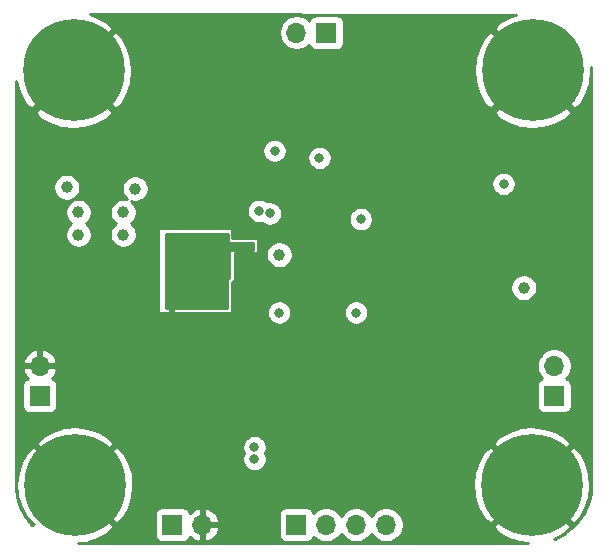
<source format=gbr>
G04 #@! TF.GenerationSoftware,KiCad,Pcbnew,(5.1.5)-3*
G04 #@! TF.CreationDate,2020-08-02T02:59:21-04:00*
G04 #@! TF.ProjectId,STM32F4,53544d33-3246-4342-9e6b-696361645f70,rev?*
G04 #@! TF.SameCoordinates,Original*
G04 #@! TF.FileFunction,Copper,L2,Inr*
G04 #@! TF.FilePolarity,Positive*
%FSLAX46Y46*%
G04 Gerber Fmt 4.6, Leading zero omitted, Abs format (unit mm)*
G04 Created by KiCad (PCBNEW (5.1.5)-3) date 2020-08-02 02:59:21*
%MOMM*%
%LPD*%
G04 APERTURE LIST*
%ADD10C,8.600000*%
%ADD11C,0.900000*%
%ADD12R,1.700000X1.700000*%
%ADD13O,1.700000X1.700000*%
%ADD14C,0.800000*%
%ADD15C,1.000000*%
%ADD16C,0.500000*%
%ADD17C,0.254000*%
G04 APERTURE END LIST*
D10*
X62687200Y-66497200D03*
D11*
X65912200Y-66497200D03*
X64967619Y-68777619D03*
X62687200Y-69722200D03*
X60406781Y-68777619D03*
X59462200Y-66497200D03*
X60406781Y-64216781D03*
X62687200Y-63272200D03*
X64967619Y-64216781D03*
D10*
X101549200Y-66497200D03*
D11*
X104774200Y-66497200D03*
X103829619Y-68777619D03*
X101549200Y-69722200D03*
X99268781Y-68777619D03*
X98324200Y-66497200D03*
X99268781Y-64216781D03*
X101549200Y-63272200D03*
X103829619Y-64216781D03*
D10*
X62801500Y-101600000D03*
D11*
X66026500Y-101600000D03*
X65081919Y-103880419D03*
X62801500Y-104825000D03*
X60521081Y-103880419D03*
X59576500Y-101600000D03*
X60521081Y-99319581D03*
X62801500Y-98375000D03*
X65081919Y-99319581D03*
X103753419Y-99319581D03*
X101473000Y-98375000D03*
X99192581Y-99319581D03*
X98248000Y-101600000D03*
X99192581Y-103880419D03*
X101473000Y-104825000D03*
X103753419Y-103880419D03*
X104698000Y-101600000D03*
D10*
X101473000Y-101600000D03*
D12*
X81534000Y-104965500D03*
D13*
X84074000Y-104965500D03*
X86614000Y-104965500D03*
X89154000Y-104965500D03*
D12*
X71056500Y-104965500D03*
D13*
X73596500Y-104965500D03*
X59817000Y-91503500D03*
D12*
X59817000Y-94043500D03*
X103378000Y-94043500D03*
D13*
X103378000Y-91503500D03*
X81560000Y-63300000D03*
D12*
X84100000Y-63300000D03*
D14*
X74600000Y-80800000D03*
X71000000Y-86100000D03*
D15*
X60450000Y-81325000D03*
X60450000Y-83200000D03*
X60450000Y-77575000D03*
X60450000Y-79450000D03*
X60450000Y-75700000D03*
X66900000Y-78500000D03*
X66900000Y-80400000D03*
X63100000Y-80400000D03*
X63100000Y-78500000D03*
X62100000Y-76400000D03*
X67900000Y-76500000D03*
X100800000Y-84900000D03*
D14*
X78000000Y-73000000D03*
X78000000Y-74100000D03*
X68200000Y-86000000D03*
X78900000Y-75500000D03*
X89000000Y-88400000D03*
X89800000Y-91900000D03*
X77900000Y-89600000D03*
X79200000Y-84600000D03*
X79400000Y-102400000D03*
X76900000Y-104700000D03*
X73900000Y-91900000D03*
X68200000Y-84800000D03*
X68200000Y-87100000D03*
X68200000Y-88200000D03*
X68200000Y-89400000D03*
X62600000Y-89900000D03*
X62600000Y-88700000D03*
X62600000Y-87600000D03*
X62600000Y-86400000D03*
X91100000Y-78300000D03*
X100500000Y-79900000D03*
X87000000Y-79100000D03*
X99100000Y-76100000D03*
X86600000Y-87000000D03*
X80100000Y-87000000D03*
X78400000Y-78400000D03*
X78000000Y-99400000D03*
X78000000Y-98400000D03*
X83500000Y-73900000D03*
X79700000Y-73300000D03*
X79300000Y-78600000D03*
D15*
X80100000Y-82100000D03*
D16*
X71000000Y-86100000D02*
X71000000Y-87500000D01*
D17*
G36*
X100125466Y-61771677D02*
G01*
X99714262Y-61890307D01*
X98850760Y-62336806D01*
X98738146Y-62412051D01*
X98245987Y-63014382D01*
X101549200Y-66317595D01*
X101563343Y-66303453D01*
X101742948Y-66483058D01*
X101728805Y-66497200D01*
X105032018Y-69800413D01*
X105634349Y-69308254D01*
X106104263Y-68457267D01*
X106399129Y-67530957D01*
X106507614Y-66564919D01*
X106476799Y-66201195D01*
X106505407Y-66361798D01*
X106527999Y-66904974D01*
X106528001Y-101508535D01*
X106454301Y-102377117D01*
X106242360Y-103193693D01*
X105895861Y-103962891D01*
X105424716Y-104662708D01*
X104842394Y-105273139D01*
X104165550Y-105776724D01*
X103413528Y-106159072D01*
X103380720Y-106169259D01*
X104171440Y-105760394D01*
X104284054Y-105685149D01*
X104776213Y-105082818D01*
X101473000Y-101779605D01*
X98169787Y-105082818D01*
X98661946Y-105685149D01*
X99512933Y-106155063D01*
X100439243Y-106449929D01*
X101134450Y-106528000D01*
X63092776Y-106528000D01*
X63702421Y-106476351D01*
X64636438Y-106206893D01*
X65499940Y-105760394D01*
X65612554Y-105685149D01*
X66104713Y-105082818D01*
X62801500Y-101779605D01*
X62787358Y-101793748D01*
X62607753Y-101614143D01*
X62621895Y-101600000D01*
X62981105Y-101600000D01*
X66284318Y-104903213D01*
X66886649Y-104411054D01*
X67049853Y-104115500D01*
X69568428Y-104115500D01*
X69568428Y-105815500D01*
X69580688Y-105939982D01*
X69616998Y-106059680D01*
X69675963Y-106169994D01*
X69755315Y-106266685D01*
X69852006Y-106346037D01*
X69962320Y-106405002D01*
X70082018Y-106441312D01*
X70206500Y-106453572D01*
X71906500Y-106453572D01*
X72030982Y-106441312D01*
X72150680Y-106405002D01*
X72260994Y-106346037D01*
X72357685Y-106266685D01*
X72437037Y-106169994D01*
X72496002Y-106059680D01*
X72520466Y-105979034D01*
X72596231Y-106063088D01*
X72829580Y-106237141D01*
X73092401Y-106362325D01*
X73239610Y-106406976D01*
X73469500Y-106285655D01*
X73469500Y-105092500D01*
X73723500Y-105092500D01*
X73723500Y-106285655D01*
X73953390Y-106406976D01*
X74100599Y-106362325D01*
X74363420Y-106237141D01*
X74596769Y-106063088D01*
X74791678Y-105846855D01*
X74940657Y-105596752D01*
X75037981Y-105322391D01*
X74917314Y-105092500D01*
X73723500Y-105092500D01*
X73469500Y-105092500D01*
X73449500Y-105092500D01*
X73449500Y-104838500D01*
X73469500Y-104838500D01*
X73469500Y-103645345D01*
X73723500Y-103645345D01*
X73723500Y-104838500D01*
X74917314Y-104838500D01*
X75037981Y-104608609D01*
X74940657Y-104334248D01*
X74810356Y-104115500D01*
X80045928Y-104115500D01*
X80045928Y-105815500D01*
X80058188Y-105939982D01*
X80094498Y-106059680D01*
X80153463Y-106169994D01*
X80232815Y-106266685D01*
X80329506Y-106346037D01*
X80439820Y-106405002D01*
X80559518Y-106441312D01*
X80684000Y-106453572D01*
X82384000Y-106453572D01*
X82508482Y-106441312D01*
X82628180Y-106405002D01*
X82738494Y-106346037D01*
X82835185Y-106266685D01*
X82914537Y-106169994D01*
X82973502Y-106059680D01*
X82995513Y-105987120D01*
X83127368Y-106118975D01*
X83370589Y-106281490D01*
X83640842Y-106393432D01*
X83927740Y-106450500D01*
X84220260Y-106450500D01*
X84507158Y-106393432D01*
X84777411Y-106281490D01*
X85020632Y-106118975D01*
X85227475Y-105912132D01*
X85344000Y-105737740D01*
X85460525Y-105912132D01*
X85667368Y-106118975D01*
X85910589Y-106281490D01*
X86180842Y-106393432D01*
X86467740Y-106450500D01*
X86760260Y-106450500D01*
X87047158Y-106393432D01*
X87317411Y-106281490D01*
X87560632Y-106118975D01*
X87767475Y-105912132D01*
X87884000Y-105737740D01*
X88000525Y-105912132D01*
X88207368Y-106118975D01*
X88450589Y-106281490D01*
X88720842Y-106393432D01*
X89007740Y-106450500D01*
X89300260Y-106450500D01*
X89587158Y-106393432D01*
X89857411Y-106281490D01*
X90100632Y-106118975D01*
X90307475Y-105912132D01*
X90469990Y-105668911D01*
X90581932Y-105398658D01*
X90639000Y-105111760D01*
X90639000Y-104819240D01*
X90581932Y-104532342D01*
X90469990Y-104262089D01*
X90307475Y-104018868D01*
X90100632Y-103812025D01*
X89857411Y-103649510D01*
X89587158Y-103537568D01*
X89300260Y-103480500D01*
X89007740Y-103480500D01*
X88720842Y-103537568D01*
X88450589Y-103649510D01*
X88207368Y-103812025D01*
X88000525Y-104018868D01*
X87884000Y-104193260D01*
X87767475Y-104018868D01*
X87560632Y-103812025D01*
X87317411Y-103649510D01*
X87047158Y-103537568D01*
X86760260Y-103480500D01*
X86467740Y-103480500D01*
X86180842Y-103537568D01*
X85910589Y-103649510D01*
X85667368Y-103812025D01*
X85460525Y-104018868D01*
X85344000Y-104193260D01*
X85227475Y-104018868D01*
X85020632Y-103812025D01*
X84777411Y-103649510D01*
X84507158Y-103537568D01*
X84220260Y-103480500D01*
X83927740Y-103480500D01*
X83640842Y-103537568D01*
X83370589Y-103649510D01*
X83127368Y-103812025D01*
X82995513Y-103943880D01*
X82973502Y-103871320D01*
X82914537Y-103761006D01*
X82835185Y-103664315D01*
X82738494Y-103584963D01*
X82628180Y-103525998D01*
X82508482Y-103489688D01*
X82384000Y-103477428D01*
X80684000Y-103477428D01*
X80559518Y-103489688D01*
X80439820Y-103525998D01*
X80329506Y-103584963D01*
X80232815Y-103664315D01*
X80153463Y-103761006D01*
X80094498Y-103871320D01*
X80058188Y-103991018D01*
X80045928Y-104115500D01*
X74810356Y-104115500D01*
X74791678Y-104084145D01*
X74596769Y-103867912D01*
X74363420Y-103693859D01*
X74100599Y-103568675D01*
X73953390Y-103524024D01*
X73723500Y-103645345D01*
X73469500Y-103645345D01*
X73239610Y-103524024D01*
X73092401Y-103568675D01*
X72829580Y-103693859D01*
X72596231Y-103867912D01*
X72520466Y-103951966D01*
X72496002Y-103871320D01*
X72437037Y-103761006D01*
X72357685Y-103664315D01*
X72260994Y-103584963D01*
X72150680Y-103525998D01*
X72030982Y-103489688D01*
X71906500Y-103477428D01*
X70206500Y-103477428D01*
X70082018Y-103489688D01*
X69962320Y-103525998D01*
X69852006Y-103584963D01*
X69755315Y-103664315D01*
X69675963Y-103761006D01*
X69616998Y-103871320D01*
X69580688Y-103991018D01*
X69568428Y-104115500D01*
X67049853Y-104115500D01*
X67356563Y-103560067D01*
X67651429Y-102633757D01*
X67759914Y-101667719D01*
X67748440Y-101532281D01*
X96514586Y-101532281D01*
X96596649Y-102500921D01*
X96866107Y-103434938D01*
X97312606Y-104298440D01*
X97387851Y-104411054D01*
X97990182Y-104903213D01*
X101293395Y-101600000D01*
X101652605Y-101600000D01*
X104955818Y-104903213D01*
X105558149Y-104411054D01*
X106028063Y-103560067D01*
X106322929Y-102633757D01*
X106431414Y-101667719D01*
X106349351Y-100699079D01*
X106079893Y-99765062D01*
X105633394Y-98901560D01*
X105558149Y-98788946D01*
X104955818Y-98296787D01*
X101652605Y-101600000D01*
X101293395Y-101600000D01*
X97990182Y-98296787D01*
X97387851Y-98788946D01*
X96917937Y-99639933D01*
X96623071Y-100566243D01*
X96514586Y-101532281D01*
X67748440Y-101532281D01*
X67677851Y-100699079D01*
X67408393Y-99765062D01*
X66961894Y-98901560D01*
X66886649Y-98788946D01*
X66285878Y-98298061D01*
X76965000Y-98298061D01*
X76965000Y-98501939D01*
X77004774Y-98701898D01*
X77082795Y-98890256D01*
X77089306Y-98900000D01*
X77082795Y-98909744D01*
X77004774Y-99098102D01*
X76965000Y-99298061D01*
X76965000Y-99501939D01*
X77004774Y-99701898D01*
X77082795Y-99890256D01*
X77196063Y-100059774D01*
X77340226Y-100203937D01*
X77509744Y-100317205D01*
X77698102Y-100395226D01*
X77898061Y-100435000D01*
X78101939Y-100435000D01*
X78301898Y-100395226D01*
X78490256Y-100317205D01*
X78659774Y-100203937D01*
X78803937Y-100059774D01*
X78917205Y-99890256D01*
X78995226Y-99701898D01*
X79035000Y-99501939D01*
X79035000Y-99298061D01*
X78995226Y-99098102D01*
X78917205Y-98909744D01*
X78910694Y-98900000D01*
X78917205Y-98890256D01*
X78995226Y-98701898D01*
X79035000Y-98501939D01*
X79035000Y-98298061D01*
X78999022Y-98117182D01*
X98169787Y-98117182D01*
X101473000Y-101420395D01*
X104776213Y-98117182D01*
X104284054Y-97514851D01*
X103433067Y-97044937D01*
X102506757Y-96750071D01*
X101540719Y-96641586D01*
X100572079Y-96723649D01*
X99638062Y-96993107D01*
X98774560Y-97439606D01*
X98661946Y-97514851D01*
X98169787Y-98117182D01*
X78999022Y-98117182D01*
X78995226Y-98098102D01*
X78917205Y-97909744D01*
X78803937Y-97740226D01*
X78659774Y-97596063D01*
X78490256Y-97482795D01*
X78301898Y-97404774D01*
X78101939Y-97365000D01*
X77898061Y-97365000D01*
X77698102Y-97404774D01*
X77509744Y-97482795D01*
X77340226Y-97596063D01*
X77196063Y-97740226D01*
X77082795Y-97909744D01*
X77004774Y-98098102D01*
X76965000Y-98298061D01*
X66285878Y-98298061D01*
X66284318Y-98296787D01*
X62981105Y-101600000D01*
X62621895Y-101600000D01*
X59318682Y-98296787D01*
X58716351Y-98788946D01*
X58246437Y-99639933D01*
X57951571Y-100566243D01*
X57843086Y-101532281D01*
X57925149Y-102500921D01*
X58194607Y-103434938D01*
X58641106Y-104298440D01*
X58716351Y-104411054D01*
X59318680Y-104903212D01*
X59207140Y-105014752D01*
X59048921Y-104863819D01*
X58551745Y-104195589D01*
X58174265Y-103453142D01*
X57927275Y-102657705D01*
X57815178Y-101811951D01*
X57810000Y-101592215D01*
X57809996Y-98117182D01*
X59498287Y-98117182D01*
X62801500Y-101420395D01*
X66104713Y-98117182D01*
X65612554Y-97514851D01*
X64761567Y-97044937D01*
X63835257Y-96750071D01*
X62869219Y-96641586D01*
X61900579Y-96723649D01*
X60966562Y-96993107D01*
X60103060Y-97439606D01*
X59990446Y-97514851D01*
X59498287Y-98117182D01*
X57809996Y-98117182D01*
X57809988Y-93193500D01*
X58328928Y-93193500D01*
X58328928Y-94893500D01*
X58341188Y-95017982D01*
X58377498Y-95137680D01*
X58436463Y-95247994D01*
X58515815Y-95344685D01*
X58612506Y-95424037D01*
X58722820Y-95483002D01*
X58842518Y-95519312D01*
X58967000Y-95531572D01*
X60667000Y-95531572D01*
X60791482Y-95519312D01*
X60911180Y-95483002D01*
X61021494Y-95424037D01*
X61118185Y-95344685D01*
X61197537Y-95247994D01*
X61256502Y-95137680D01*
X61292812Y-95017982D01*
X61305072Y-94893500D01*
X61305072Y-93193500D01*
X101889928Y-93193500D01*
X101889928Y-94893500D01*
X101902188Y-95017982D01*
X101938498Y-95137680D01*
X101997463Y-95247994D01*
X102076815Y-95344685D01*
X102173506Y-95424037D01*
X102283820Y-95483002D01*
X102403518Y-95519312D01*
X102528000Y-95531572D01*
X104228000Y-95531572D01*
X104352482Y-95519312D01*
X104472180Y-95483002D01*
X104582494Y-95424037D01*
X104679185Y-95344685D01*
X104758537Y-95247994D01*
X104817502Y-95137680D01*
X104853812Y-95017982D01*
X104866072Y-94893500D01*
X104866072Y-93193500D01*
X104853812Y-93069018D01*
X104817502Y-92949320D01*
X104758537Y-92839006D01*
X104679185Y-92742315D01*
X104582494Y-92662963D01*
X104472180Y-92603998D01*
X104399620Y-92581987D01*
X104531475Y-92450132D01*
X104693990Y-92206911D01*
X104805932Y-91936658D01*
X104863000Y-91649760D01*
X104863000Y-91357240D01*
X104805932Y-91070342D01*
X104693990Y-90800089D01*
X104531475Y-90556868D01*
X104324632Y-90350025D01*
X104081411Y-90187510D01*
X103811158Y-90075568D01*
X103524260Y-90018500D01*
X103231740Y-90018500D01*
X102944842Y-90075568D01*
X102674589Y-90187510D01*
X102431368Y-90350025D01*
X102224525Y-90556868D01*
X102062010Y-90800089D01*
X101950068Y-91070342D01*
X101893000Y-91357240D01*
X101893000Y-91649760D01*
X101950068Y-91936658D01*
X102062010Y-92206911D01*
X102224525Y-92450132D01*
X102356380Y-92581987D01*
X102283820Y-92603998D01*
X102173506Y-92662963D01*
X102076815Y-92742315D01*
X101997463Y-92839006D01*
X101938498Y-92949320D01*
X101902188Y-93069018D01*
X101889928Y-93193500D01*
X61305072Y-93193500D01*
X61292812Y-93069018D01*
X61256502Y-92949320D01*
X61197537Y-92839006D01*
X61118185Y-92742315D01*
X61021494Y-92662963D01*
X60911180Y-92603998D01*
X60830534Y-92579534D01*
X60914588Y-92503769D01*
X61088641Y-92270420D01*
X61213825Y-92007599D01*
X61258476Y-91860390D01*
X61137155Y-91630500D01*
X59944000Y-91630500D01*
X59944000Y-91650500D01*
X59690000Y-91650500D01*
X59690000Y-91630500D01*
X58496845Y-91630500D01*
X58375524Y-91860390D01*
X58420175Y-92007599D01*
X58545359Y-92270420D01*
X58719412Y-92503769D01*
X58803466Y-92579534D01*
X58722820Y-92603998D01*
X58612506Y-92662963D01*
X58515815Y-92742315D01*
X58436463Y-92839006D01*
X58377498Y-92949320D01*
X58341188Y-93069018D01*
X58328928Y-93193500D01*
X57809988Y-93193500D01*
X57809986Y-91146610D01*
X58375524Y-91146610D01*
X58496845Y-91376500D01*
X59690000Y-91376500D01*
X59690000Y-90182686D01*
X59944000Y-90182686D01*
X59944000Y-91376500D01*
X61137155Y-91376500D01*
X61258476Y-91146610D01*
X61213825Y-90999401D01*
X61088641Y-90736580D01*
X60914588Y-90503231D01*
X60698355Y-90308322D01*
X60448252Y-90159343D01*
X60173891Y-90062019D01*
X59944000Y-90182686D01*
X59690000Y-90182686D01*
X59460109Y-90062019D01*
X59185748Y-90159343D01*
X58935645Y-90308322D01*
X58719412Y-90503231D01*
X58545359Y-90736580D01*
X58420175Y-90999401D01*
X58375524Y-91146610D01*
X57809986Y-91146610D01*
X57809968Y-78388212D01*
X61965000Y-78388212D01*
X61965000Y-78611788D01*
X62008617Y-78831067D01*
X62094176Y-79037624D01*
X62218388Y-79223520D01*
X62376480Y-79381612D01*
X62478830Y-79450000D01*
X62376480Y-79518388D01*
X62218388Y-79676480D01*
X62094176Y-79862376D01*
X62008617Y-80068933D01*
X61965000Y-80288212D01*
X61965000Y-80511788D01*
X62008617Y-80731067D01*
X62094176Y-80937624D01*
X62218388Y-81123520D01*
X62376480Y-81281612D01*
X62562376Y-81405824D01*
X62768933Y-81491383D01*
X62988212Y-81535000D01*
X63211788Y-81535000D01*
X63431067Y-81491383D01*
X63637624Y-81405824D01*
X63823520Y-81281612D01*
X63981612Y-81123520D01*
X64105824Y-80937624D01*
X64191383Y-80731067D01*
X64235000Y-80511788D01*
X64235000Y-80288212D01*
X64191383Y-80068933D01*
X64105824Y-79862376D01*
X63981612Y-79676480D01*
X63823520Y-79518388D01*
X63721170Y-79450000D01*
X63823520Y-79381612D01*
X63981612Y-79223520D01*
X64105824Y-79037624D01*
X64191383Y-78831067D01*
X64235000Y-78611788D01*
X64235000Y-78388212D01*
X65765000Y-78388212D01*
X65765000Y-78611788D01*
X65808617Y-78831067D01*
X65894176Y-79037624D01*
X66018388Y-79223520D01*
X66176480Y-79381612D01*
X66278830Y-79450000D01*
X66176480Y-79518388D01*
X66018388Y-79676480D01*
X65894176Y-79862376D01*
X65808617Y-80068933D01*
X65765000Y-80288212D01*
X65765000Y-80511788D01*
X65808617Y-80731067D01*
X65894176Y-80937624D01*
X66018388Y-81123520D01*
X66176480Y-81281612D01*
X66362376Y-81405824D01*
X66568933Y-81491383D01*
X66788212Y-81535000D01*
X67011788Y-81535000D01*
X67231067Y-81491383D01*
X67437624Y-81405824D01*
X67623520Y-81281612D01*
X67781612Y-81123520D01*
X67905824Y-80937624D01*
X67991383Y-80731067D01*
X68035000Y-80511788D01*
X68035000Y-80288212D01*
X67991383Y-80068933D01*
X67943391Y-79953070D01*
X69873000Y-79953070D01*
X69873000Y-86953070D01*
X69875440Y-86977846D01*
X69882667Y-87001671D01*
X69894403Y-87023627D01*
X69910197Y-87042873D01*
X69929443Y-87058667D01*
X69951399Y-87070403D01*
X69975224Y-87077630D01*
X70000000Y-87080070D01*
X76000000Y-87080070D01*
X76024776Y-87077630D01*
X76048601Y-87070403D01*
X76070557Y-87058667D01*
X76089803Y-87042873D01*
X76105597Y-87023627D01*
X76117333Y-87001671D01*
X76124560Y-86977846D01*
X76127000Y-86953070D01*
X76127000Y-86898061D01*
X79065000Y-86898061D01*
X79065000Y-87101939D01*
X79104774Y-87301898D01*
X79182795Y-87490256D01*
X79296063Y-87659774D01*
X79440226Y-87803937D01*
X79609744Y-87917205D01*
X79798102Y-87995226D01*
X79998061Y-88035000D01*
X80201939Y-88035000D01*
X80401898Y-87995226D01*
X80590256Y-87917205D01*
X80759774Y-87803937D01*
X80903937Y-87659774D01*
X81017205Y-87490256D01*
X81095226Y-87301898D01*
X81135000Y-87101939D01*
X81135000Y-86898061D01*
X85565000Y-86898061D01*
X85565000Y-87101939D01*
X85604774Y-87301898D01*
X85682795Y-87490256D01*
X85796063Y-87659774D01*
X85940226Y-87803937D01*
X86109744Y-87917205D01*
X86298102Y-87995226D01*
X86498061Y-88035000D01*
X86701939Y-88035000D01*
X86901898Y-87995226D01*
X87090256Y-87917205D01*
X87259774Y-87803937D01*
X87403937Y-87659774D01*
X87517205Y-87490256D01*
X87595226Y-87301898D01*
X87635000Y-87101939D01*
X87635000Y-86898061D01*
X87595226Y-86698102D01*
X87517205Y-86509744D01*
X87403937Y-86340226D01*
X87259774Y-86196063D01*
X87090256Y-86082795D01*
X86901898Y-86004774D01*
X86701939Y-85965000D01*
X86498061Y-85965000D01*
X86298102Y-86004774D01*
X86109744Y-86082795D01*
X85940226Y-86196063D01*
X85796063Y-86340226D01*
X85682795Y-86509744D01*
X85604774Y-86698102D01*
X85565000Y-86898061D01*
X81135000Y-86898061D01*
X81095226Y-86698102D01*
X81017205Y-86509744D01*
X80903937Y-86340226D01*
X80759774Y-86196063D01*
X80590256Y-86082795D01*
X80401898Y-86004774D01*
X80201939Y-85965000D01*
X79998061Y-85965000D01*
X79798102Y-86004774D01*
X79609744Y-86082795D01*
X79440226Y-86196063D01*
X79296063Y-86340226D01*
X79182795Y-86509744D01*
X79104774Y-86698102D01*
X79065000Y-86898061D01*
X76127000Y-86898061D01*
X76127000Y-84788212D01*
X99665000Y-84788212D01*
X99665000Y-85011788D01*
X99708617Y-85231067D01*
X99794176Y-85437624D01*
X99918388Y-85623520D01*
X100076480Y-85781612D01*
X100262376Y-85905824D01*
X100468933Y-85991383D01*
X100688212Y-86035000D01*
X100911788Y-86035000D01*
X101131067Y-85991383D01*
X101337624Y-85905824D01*
X101523520Y-85781612D01*
X101681612Y-85623520D01*
X101805824Y-85437624D01*
X101891383Y-85231067D01*
X101935000Y-85011788D01*
X101935000Y-84788212D01*
X101891383Y-84568933D01*
X101805824Y-84362376D01*
X101681612Y-84176480D01*
X101523520Y-84018388D01*
X101337624Y-83894176D01*
X101131067Y-83808617D01*
X100911788Y-83765000D01*
X100688212Y-83765000D01*
X100468933Y-83808617D01*
X100262376Y-83894176D01*
X100076480Y-84018388D01*
X99918388Y-84176480D01*
X99794176Y-84362376D01*
X99708617Y-84568933D01*
X99665000Y-84788212D01*
X76127000Y-84788212D01*
X76127000Y-84380070D01*
X76200000Y-84380070D01*
X76224776Y-84377630D01*
X76248601Y-84370403D01*
X76270557Y-84358667D01*
X76289803Y-84342873D01*
X76305597Y-84323627D01*
X76317333Y-84301671D01*
X76324560Y-84277846D01*
X76326999Y-84252673D01*
X76319923Y-81988212D01*
X78965000Y-81988212D01*
X78965000Y-82211788D01*
X79008617Y-82431067D01*
X79094176Y-82637624D01*
X79218388Y-82823520D01*
X79376480Y-82981612D01*
X79562376Y-83105824D01*
X79768933Y-83191383D01*
X79988212Y-83235000D01*
X80211788Y-83235000D01*
X80431067Y-83191383D01*
X80637624Y-83105824D01*
X80823520Y-82981612D01*
X80981612Y-82823520D01*
X81105824Y-82637624D01*
X81191383Y-82431067D01*
X81235000Y-82211788D01*
X81235000Y-81988212D01*
X81191383Y-81768933D01*
X81105824Y-81562376D01*
X80981612Y-81376480D01*
X80823520Y-81218388D01*
X80637624Y-81094176D01*
X80431067Y-81008617D01*
X80211788Y-80965000D01*
X79988212Y-80965000D01*
X79768933Y-81008617D01*
X79562376Y-81094176D01*
X79376480Y-81218388D01*
X79218388Y-81376480D01*
X79094176Y-81562376D01*
X79008617Y-81768933D01*
X78965000Y-81988212D01*
X76319923Y-81988212D01*
X76319898Y-81980388D01*
X78200934Y-81985070D01*
X78225716Y-81982691D01*
X78249559Y-81975523D01*
X78271544Y-81963842D01*
X78290829Y-81948096D01*
X78306671Y-81928890D01*
X78318461Y-81906963D01*
X78325748Y-81883156D01*
X78328250Y-81857756D01*
X78325750Y-80847756D01*
X78323248Y-80822985D01*
X78315962Y-80799179D01*
X78304172Y-80777251D01*
X78288330Y-80758045D01*
X78269046Y-80742299D01*
X78247060Y-80730617D01*
X78223218Y-80723449D01*
X78199037Y-80721070D01*
X76118432Y-80716360D01*
X76126992Y-79954497D01*
X76124830Y-79929695D01*
X76117871Y-79905791D01*
X76106383Y-79883703D01*
X76090806Y-79864282D01*
X76071739Y-79848273D01*
X76049916Y-79836291D01*
X76026174Y-79828797D01*
X76000000Y-79826070D01*
X70000000Y-79826070D01*
X69975224Y-79828510D01*
X69951399Y-79835737D01*
X69929443Y-79847473D01*
X69910197Y-79863267D01*
X69894403Y-79882513D01*
X69882667Y-79904469D01*
X69875440Y-79928294D01*
X69873000Y-79953070D01*
X67943391Y-79953070D01*
X67905824Y-79862376D01*
X67781612Y-79676480D01*
X67623520Y-79518388D01*
X67521170Y-79450000D01*
X67623520Y-79381612D01*
X67781612Y-79223520D01*
X67905824Y-79037624D01*
X67991383Y-78831067D01*
X68035000Y-78611788D01*
X68035000Y-78388212D01*
X68017068Y-78298061D01*
X77365000Y-78298061D01*
X77365000Y-78501939D01*
X77404774Y-78701898D01*
X77482795Y-78890256D01*
X77596063Y-79059774D01*
X77740226Y-79203937D01*
X77909744Y-79317205D01*
X78098102Y-79395226D01*
X78298061Y-79435000D01*
X78501939Y-79435000D01*
X78644327Y-79406677D01*
X78809744Y-79517205D01*
X78998102Y-79595226D01*
X79198061Y-79635000D01*
X79401939Y-79635000D01*
X79601898Y-79595226D01*
X79790256Y-79517205D01*
X79959774Y-79403937D01*
X80103937Y-79259774D01*
X80217205Y-79090256D01*
X80255393Y-78998061D01*
X85965000Y-78998061D01*
X85965000Y-79201939D01*
X86004774Y-79401898D01*
X86082795Y-79590256D01*
X86196063Y-79759774D01*
X86340226Y-79903937D01*
X86509744Y-80017205D01*
X86698102Y-80095226D01*
X86898061Y-80135000D01*
X87101939Y-80135000D01*
X87301898Y-80095226D01*
X87490256Y-80017205D01*
X87659774Y-79903937D01*
X87803937Y-79759774D01*
X87917205Y-79590256D01*
X87995226Y-79401898D01*
X88035000Y-79201939D01*
X88035000Y-78998061D01*
X87995226Y-78798102D01*
X87917205Y-78609744D01*
X87803937Y-78440226D01*
X87659774Y-78296063D01*
X87490256Y-78182795D01*
X87301898Y-78104774D01*
X87101939Y-78065000D01*
X86898061Y-78065000D01*
X86698102Y-78104774D01*
X86509744Y-78182795D01*
X86340226Y-78296063D01*
X86196063Y-78440226D01*
X86082795Y-78609744D01*
X86004774Y-78798102D01*
X85965000Y-78998061D01*
X80255393Y-78998061D01*
X80295226Y-78901898D01*
X80335000Y-78701939D01*
X80335000Y-78498061D01*
X80295226Y-78298102D01*
X80217205Y-78109744D01*
X80103937Y-77940226D01*
X79959774Y-77796063D01*
X79790256Y-77682795D01*
X79601898Y-77604774D01*
X79401939Y-77565000D01*
X79198061Y-77565000D01*
X79055673Y-77593323D01*
X78890256Y-77482795D01*
X78701898Y-77404774D01*
X78501939Y-77365000D01*
X78298061Y-77365000D01*
X78098102Y-77404774D01*
X77909744Y-77482795D01*
X77740226Y-77596063D01*
X77596063Y-77740226D01*
X77482795Y-77909744D01*
X77404774Y-78098102D01*
X77365000Y-78298061D01*
X68017068Y-78298061D01*
X67991383Y-78168933D01*
X67905824Y-77962376D01*
X67781612Y-77776480D01*
X67623520Y-77618388D01*
X67589111Y-77595397D01*
X67788212Y-77635000D01*
X68011788Y-77635000D01*
X68231067Y-77591383D01*
X68437624Y-77505824D01*
X68623520Y-77381612D01*
X68781612Y-77223520D01*
X68905824Y-77037624D01*
X68991383Y-76831067D01*
X69035000Y-76611788D01*
X69035000Y-76388212D01*
X68991383Y-76168933D01*
X68920606Y-75998061D01*
X98065000Y-75998061D01*
X98065000Y-76201939D01*
X98104774Y-76401898D01*
X98182795Y-76590256D01*
X98296063Y-76759774D01*
X98440226Y-76903937D01*
X98609744Y-77017205D01*
X98798102Y-77095226D01*
X98998061Y-77135000D01*
X99201939Y-77135000D01*
X99401898Y-77095226D01*
X99590256Y-77017205D01*
X99759774Y-76903937D01*
X99903937Y-76759774D01*
X100017205Y-76590256D01*
X100095226Y-76401898D01*
X100135000Y-76201939D01*
X100135000Y-75998061D01*
X100095226Y-75798102D01*
X100017205Y-75609744D01*
X99903937Y-75440226D01*
X99759774Y-75296063D01*
X99590256Y-75182795D01*
X99401898Y-75104774D01*
X99201939Y-75065000D01*
X98998061Y-75065000D01*
X98798102Y-75104774D01*
X98609744Y-75182795D01*
X98440226Y-75296063D01*
X98296063Y-75440226D01*
X98182795Y-75609744D01*
X98104774Y-75798102D01*
X98065000Y-75998061D01*
X68920606Y-75998061D01*
X68905824Y-75962376D01*
X68781612Y-75776480D01*
X68623520Y-75618388D01*
X68437624Y-75494176D01*
X68231067Y-75408617D01*
X68011788Y-75365000D01*
X67788212Y-75365000D01*
X67568933Y-75408617D01*
X67362376Y-75494176D01*
X67176480Y-75618388D01*
X67018388Y-75776480D01*
X66894176Y-75962376D01*
X66808617Y-76168933D01*
X66765000Y-76388212D01*
X66765000Y-76611788D01*
X66808617Y-76831067D01*
X66894176Y-77037624D01*
X67018388Y-77223520D01*
X67176480Y-77381612D01*
X67210889Y-77404603D01*
X67011788Y-77365000D01*
X66788212Y-77365000D01*
X66568933Y-77408617D01*
X66362376Y-77494176D01*
X66176480Y-77618388D01*
X66018388Y-77776480D01*
X65894176Y-77962376D01*
X65808617Y-78168933D01*
X65765000Y-78388212D01*
X64235000Y-78388212D01*
X64191383Y-78168933D01*
X64105824Y-77962376D01*
X63981612Y-77776480D01*
X63823520Y-77618388D01*
X63637624Y-77494176D01*
X63431067Y-77408617D01*
X63211788Y-77365000D01*
X62988212Y-77365000D01*
X62768933Y-77408617D01*
X62562376Y-77494176D01*
X62376480Y-77618388D01*
X62218388Y-77776480D01*
X62094176Y-77962376D01*
X62008617Y-78168933D01*
X61965000Y-78388212D01*
X57809968Y-78388212D01*
X57809965Y-76288212D01*
X60965000Y-76288212D01*
X60965000Y-76511788D01*
X61008617Y-76731067D01*
X61094176Y-76937624D01*
X61218388Y-77123520D01*
X61376480Y-77281612D01*
X61562376Y-77405824D01*
X61768933Y-77491383D01*
X61988212Y-77535000D01*
X62211788Y-77535000D01*
X62431067Y-77491383D01*
X62637624Y-77405824D01*
X62823520Y-77281612D01*
X62981612Y-77123520D01*
X63105824Y-76937624D01*
X63191383Y-76731067D01*
X63235000Y-76511788D01*
X63235000Y-76288212D01*
X63191383Y-76068933D01*
X63105824Y-75862376D01*
X62981612Y-75676480D01*
X62823520Y-75518388D01*
X62637624Y-75394176D01*
X62431067Y-75308617D01*
X62211788Y-75265000D01*
X61988212Y-75265000D01*
X61768933Y-75308617D01*
X61562376Y-75394176D01*
X61376480Y-75518388D01*
X61218388Y-75676480D01*
X61094176Y-75862376D01*
X61008617Y-76068933D01*
X60965000Y-76288212D01*
X57809965Y-76288212D01*
X57809961Y-73198061D01*
X78665000Y-73198061D01*
X78665000Y-73401939D01*
X78704774Y-73601898D01*
X78782795Y-73790256D01*
X78896063Y-73959774D01*
X79040226Y-74103937D01*
X79209744Y-74217205D01*
X79398102Y-74295226D01*
X79598061Y-74335000D01*
X79801939Y-74335000D01*
X80001898Y-74295226D01*
X80190256Y-74217205D01*
X80359774Y-74103937D01*
X80503937Y-73959774D01*
X80611989Y-73798061D01*
X82465000Y-73798061D01*
X82465000Y-74001939D01*
X82504774Y-74201898D01*
X82582795Y-74390256D01*
X82696063Y-74559774D01*
X82840226Y-74703937D01*
X83009744Y-74817205D01*
X83198102Y-74895226D01*
X83398061Y-74935000D01*
X83601939Y-74935000D01*
X83801898Y-74895226D01*
X83990256Y-74817205D01*
X84159774Y-74703937D01*
X84303937Y-74559774D01*
X84417205Y-74390256D01*
X84495226Y-74201898D01*
X84535000Y-74001939D01*
X84535000Y-73798061D01*
X84495226Y-73598102D01*
X84417205Y-73409744D01*
X84303937Y-73240226D01*
X84159774Y-73096063D01*
X83990256Y-72982795D01*
X83801898Y-72904774D01*
X83601939Y-72865000D01*
X83398061Y-72865000D01*
X83198102Y-72904774D01*
X83009744Y-72982795D01*
X82840226Y-73096063D01*
X82696063Y-73240226D01*
X82582795Y-73409744D01*
X82504774Y-73598102D01*
X82465000Y-73798061D01*
X80611989Y-73798061D01*
X80617205Y-73790256D01*
X80695226Y-73601898D01*
X80735000Y-73401939D01*
X80735000Y-73198061D01*
X80695226Y-72998102D01*
X80617205Y-72809744D01*
X80503937Y-72640226D01*
X80359774Y-72496063D01*
X80190256Y-72382795D01*
X80001898Y-72304774D01*
X79801939Y-72265000D01*
X79598061Y-72265000D01*
X79398102Y-72304774D01*
X79209744Y-72382795D01*
X79040226Y-72496063D01*
X78896063Y-72640226D01*
X78782795Y-72809744D01*
X78704774Y-72998102D01*
X78665000Y-73198061D01*
X57809961Y-73198061D01*
X57809955Y-69980018D01*
X59383987Y-69980018D01*
X59876146Y-70582349D01*
X60727133Y-71052263D01*
X61653443Y-71347129D01*
X62619481Y-71455614D01*
X63588121Y-71373551D01*
X64522138Y-71104093D01*
X65385640Y-70657594D01*
X65498254Y-70582349D01*
X65990413Y-69980018D01*
X98245987Y-69980018D01*
X98738146Y-70582349D01*
X99589133Y-71052263D01*
X100515443Y-71347129D01*
X101481481Y-71455614D01*
X102450121Y-71373551D01*
X103384138Y-71104093D01*
X104247640Y-70657594D01*
X104360254Y-70582349D01*
X104852413Y-69980018D01*
X101549200Y-66676805D01*
X98245987Y-69980018D01*
X65990413Y-69980018D01*
X62687200Y-66676805D01*
X59383987Y-69980018D01*
X57809955Y-69980018D01*
X57809951Y-67387520D01*
X57810849Y-67398121D01*
X58080307Y-68332138D01*
X58526806Y-69195640D01*
X58602051Y-69308254D01*
X59204382Y-69800413D01*
X62507595Y-66497200D01*
X62866805Y-66497200D01*
X66170018Y-69800413D01*
X66772349Y-69308254D01*
X67242263Y-68457267D01*
X67537129Y-67530957D01*
X67645614Y-66564919D01*
X67634140Y-66429481D01*
X96590786Y-66429481D01*
X96672849Y-67398121D01*
X96942307Y-68332138D01*
X97388806Y-69195640D01*
X97464051Y-69308254D01*
X98066382Y-69800413D01*
X101369595Y-66497200D01*
X98066382Y-63193987D01*
X97464051Y-63686146D01*
X96994137Y-64537133D01*
X96699271Y-65463443D01*
X96590786Y-66429481D01*
X67634140Y-66429481D01*
X67563551Y-65596279D01*
X67294093Y-64662262D01*
X66847594Y-63798760D01*
X66772349Y-63686146D01*
X66170018Y-63193987D01*
X62866805Y-66497200D01*
X62507595Y-66497200D01*
X62493453Y-66483058D01*
X62673058Y-66303453D01*
X62687200Y-66317595D01*
X65851055Y-63153740D01*
X80075000Y-63153740D01*
X80075000Y-63446260D01*
X80132068Y-63733158D01*
X80244010Y-64003411D01*
X80406525Y-64246632D01*
X80613368Y-64453475D01*
X80856589Y-64615990D01*
X81126842Y-64727932D01*
X81413740Y-64785000D01*
X81706260Y-64785000D01*
X81993158Y-64727932D01*
X82263411Y-64615990D01*
X82506632Y-64453475D01*
X82638487Y-64321620D01*
X82660498Y-64394180D01*
X82719463Y-64504494D01*
X82798815Y-64601185D01*
X82895506Y-64680537D01*
X83005820Y-64739502D01*
X83125518Y-64775812D01*
X83250000Y-64788072D01*
X84950000Y-64788072D01*
X85074482Y-64775812D01*
X85194180Y-64739502D01*
X85304494Y-64680537D01*
X85401185Y-64601185D01*
X85480537Y-64504494D01*
X85539502Y-64394180D01*
X85575812Y-64274482D01*
X85588072Y-64150000D01*
X85588072Y-62450000D01*
X85575812Y-62325518D01*
X85539502Y-62205820D01*
X85480537Y-62095506D01*
X85401185Y-61998815D01*
X85304494Y-61919463D01*
X85194180Y-61860498D01*
X85074482Y-61824188D01*
X84950000Y-61811928D01*
X83250000Y-61811928D01*
X83125518Y-61824188D01*
X83005820Y-61860498D01*
X82895506Y-61919463D01*
X82798815Y-61998815D01*
X82719463Y-62095506D01*
X82660498Y-62205820D01*
X82638487Y-62278380D01*
X82506632Y-62146525D01*
X82263411Y-61984010D01*
X81993158Y-61872068D01*
X81706260Y-61815000D01*
X81413740Y-61815000D01*
X81126842Y-61872068D01*
X80856589Y-61984010D01*
X80613368Y-62146525D01*
X80406525Y-62353368D01*
X80244010Y-62596589D01*
X80132068Y-62866842D01*
X80075000Y-63153740D01*
X65851055Y-63153740D01*
X65990413Y-63014382D01*
X65498254Y-62412051D01*
X64647267Y-61942137D01*
X64051013Y-61752336D01*
X100125466Y-61771677D01*
G37*
X100125466Y-61771677D02*
X99714262Y-61890307D01*
X98850760Y-62336806D01*
X98738146Y-62412051D01*
X98245987Y-63014382D01*
X101549200Y-66317595D01*
X101563343Y-66303453D01*
X101742948Y-66483058D01*
X101728805Y-66497200D01*
X105032018Y-69800413D01*
X105634349Y-69308254D01*
X106104263Y-68457267D01*
X106399129Y-67530957D01*
X106507614Y-66564919D01*
X106476799Y-66201195D01*
X106505407Y-66361798D01*
X106527999Y-66904974D01*
X106528001Y-101508535D01*
X106454301Y-102377117D01*
X106242360Y-103193693D01*
X105895861Y-103962891D01*
X105424716Y-104662708D01*
X104842394Y-105273139D01*
X104165550Y-105776724D01*
X103413528Y-106159072D01*
X103380720Y-106169259D01*
X104171440Y-105760394D01*
X104284054Y-105685149D01*
X104776213Y-105082818D01*
X101473000Y-101779605D01*
X98169787Y-105082818D01*
X98661946Y-105685149D01*
X99512933Y-106155063D01*
X100439243Y-106449929D01*
X101134450Y-106528000D01*
X63092776Y-106528000D01*
X63702421Y-106476351D01*
X64636438Y-106206893D01*
X65499940Y-105760394D01*
X65612554Y-105685149D01*
X66104713Y-105082818D01*
X62801500Y-101779605D01*
X62787358Y-101793748D01*
X62607753Y-101614143D01*
X62621895Y-101600000D01*
X62981105Y-101600000D01*
X66284318Y-104903213D01*
X66886649Y-104411054D01*
X67049853Y-104115500D01*
X69568428Y-104115500D01*
X69568428Y-105815500D01*
X69580688Y-105939982D01*
X69616998Y-106059680D01*
X69675963Y-106169994D01*
X69755315Y-106266685D01*
X69852006Y-106346037D01*
X69962320Y-106405002D01*
X70082018Y-106441312D01*
X70206500Y-106453572D01*
X71906500Y-106453572D01*
X72030982Y-106441312D01*
X72150680Y-106405002D01*
X72260994Y-106346037D01*
X72357685Y-106266685D01*
X72437037Y-106169994D01*
X72496002Y-106059680D01*
X72520466Y-105979034D01*
X72596231Y-106063088D01*
X72829580Y-106237141D01*
X73092401Y-106362325D01*
X73239610Y-106406976D01*
X73469500Y-106285655D01*
X73469500Y-105092500D01*
X73723500Y-105092500D01*
X73723500Y-106285655D01*
X73953390Y-106406976D01*
X74100599Y-106362325D01*
X74363420Y-106237141D01*
X74596769Y-106063088D01*
X74791678Y-105846855D01*
X74940657Y-105596752D01*
X75037981Y-105322391D01*
X74917314Y-105092500D01*
X73723500Y-105092500D01*
X73469500Y-105092500D01*
X73449500Y-105092500D01*
X73449500Y-104838500D01*
X73469500Y-104838500D01*
X73469500Y-103645345D01*
X73723500Y-103645345D01*
X73723500Y-104838500D01*
X74917314Y-104838500D01*
X75037981Y-104608609D01*
X74940657Y-104334248D01*
X74810356Y-104115500D01*
X80045928Y-104115500D01*
X80045928Y-105815500D01*
X80058188Y-105939982D01*
X80094498Y-106059680D01*
X80153463Y-106169994D01*
X80232815Y-106266685D01*
X80329506Y-106346037D01*
X80439820Y-106405002D01*
X80559518Y-106441312D01*
X80684000Y-106453572D01*
X82384000Y-106453572D01*
X82508482Y-106441312D01*
X82628180Y-106405002D01*
X82738494Y-106346037D01*
X82835185Y-106266685D01*
X82914537Y-106169994D01*
X82973502Y-106059680D01*
X82995513Y-105987120D01*
X83127368Y-106118975D01*
X83370589Y-106281490D01*
X83640842Y-106393432D01*
X83927740Y-106450500D01*
X84220260Y-106450500D01*
X84507158Y-106393432D01*
X84777411Y-106281490D01*
X85020632Y-106118975D01*
X85227475Y-105912132D01*
X85344000Y-105737740D01*
X85460525Y-105912132D01*
X85667368Y-106118975D01*
X85910589Y-106281490D01*
X86180842Y-106393432D01*
X86467740Y-106450500D01*
X86760260Y-106450500D01*
X87047158Y-106393432D01*
X87317411Y-106281490D01*
X87560632Y-106118975D01*
X87767475Y-105912132D01*
X87884000Y-105737740D01*
X88000525Y-105912132D01*
X88207368Y-106118975D01*
X88450589Y-106281490D01*
X88720842Y-106393432D01*
X89007740Y-106450500D01*
X89300260Y-106450500D01*
X89587158Y-106393432D01*
X89857411Y-106281490D01*
X90100632Y-106118975D01*
X90307475Y-105912132D01*
X90469990Y-105668911D01*
X90581932Y-105398658D01*
X90639000Y-105111760D01*
X90639000Y-104819240D01*
X90581932Y-104532342D01*
X90469990Y-104262089D01*
X90307475Y-104018868D01*
X90100632Y-103812025D01*
X89857411Y-103649510D01*
X89587158Y-103537568D01*
X89300260Y-103480500D01*
X89007740Y-103480500D01*
X88720842Y-103537568D01*
X88450589Y-103649510D01*
X88207368Y-103812025D01*
X88000525Y-104018868D01*
X87884000Y-104193260D01*
X87767475Y-104018868D01*
X87560632Y-103812025D01*
X87317411Y-103649510D01*
X87047158Y-103537568D01*
X86760260Y-103480500D01*
X86467740Y-103480500D01*
X86180842Y-103537568D01*
X85910589Y-103649510D01*
X85667368Y-103812025D01*
X85460525Y-104018868D01*
X85344000Y-104193260D01*
X85227475Y-104018868D01*
X85020632Y-103812025D01*
X84777411Y-103649510D01*
X84507158Y-103537568D01*
X84220260Y-103480500D01*
X83927740Y-103480500D01*
X83640842Y-103537568D01*
X83370589Y-103649510D01*
X83127368Y-103812025D01*
X82995513Y-103943880D01*
X82973502Y-103871320D01*
X82914537Y-103761006D01*
X82835185Y-103664315D01*
X82738494Y-103584963D01*
X82628180Y-103525998D01*
X82508482Y-103489688D01*
X82384000Y-103477428D01*
X80684000Y-103477428D01*
X80559518Y-103489688D01*
X80439820Y-103525998D01*
X80329506Y-103584963D01*
X80232815Y-103664315D01*
X80153463Y-103761006D01*
X80094498Y-103871320D01*
X80058188Y-103991018D01*
X80045928Y-104115500D01*
X74810356Y-104115500D01*
X74791678Y-104084145D01*
X74596769Y-103867912D01*
X74363420Y-103693859D01*
X74100599Y-103568675D01*
X73953390Y-103524024D01*
X73723500Y-103645345D01*
X73469500Y-103645345D01*
X73239610Y-103524024D01*
X73092401Y-103568675D01*
X72829580Y-103693859D01*
X72596231Y-103867912D01*
X72520466Y-103951966D01*
X72496002Y-103871320D01*
X72437037Y-103761006D01*
X72357685Y-103664315D01*
X72260994Y-103584963D01*
X72150680Y-103525998D01*
X72030982Y-103489688D01*
X71906500Y-103477428D01*
X70206500Y-103477428D01*
X70082018Y-103489688D01*
X69962320Y-103525998D01*
X69852006Y-103584963D01*
X69755315Y-103664315D01*
X69675963Y-103761006D01*
X69616998Y-103871320D01*
X69580688Y-103991018D01*
X69568428Y-104115500D01*
X67049853Y-104115500D01*
X67356563Y-103560067D01*
X67651429Y-102633757D01*
X67759914Y-101667719D01*
X67748440Y-101532281D01*
X96514586Y-101532281D01*
X96596649Y-102500921D01*
X96866107Y-103434938D01*
X97312606Y-104298440D01*
X97387851Y-104411054D01*
X97990182Y-104903213D01*
X101293395Y-101600000D01*
X101652605Y-101600000D01*
X104955818Y-104903213D01*
X105558149Y-104411054D01*
X106028063Y-103560067D01*
X106322929Y-102633757D01*
X106431414Y-101667719D01*
X106349351Y-100699079D01*
X106079893Y-99765062D01*
X105633394Y-98901560D01*
X105558149Y-98788946D01*
X104955818Y-98296787D01*
X101652605Y-101600000D01*
X101293395Y-101600000D01*
X97990182Y-98296787D01*
X97387851Y-98788946D01*
X96917937Y-99639933D01*
X96623071Y-100566243D01*
X96514586Y-101532281D01*
X67748440Y-101532281D01*
X67677851Y-100699079D01*
X67408393Y-99765062D01*
X66961894Y-98901560D01*
X66886649Y-98788946D01*
X66285878Y-98298061D01*
X76965000Y-98298061D01*
X76965000Y-98501939D01*
X77004774Y-98701898D01*
X77082795Y-98890256D01*
X77089306Y-98900000D01*
X77082795Y-98909744D01*
X77004774Y-99098102D01*
X76965000Y-99298061D01*
X76965000Y-99501939D01*
X77004774Y-99701898D01*
X77082795Y-99890256D01*
X77196063Y-100059774D01*
X77340226Y-100203937D01*
X77509744Y-100317205D01*
X77698102Y-100395226D01*
X77898061Y-100435000D01*
X78101939Y-100435000D01*
X78301898Y-100395226D01*
X78490256Y-100317205D01*
X78659774Y-100203937D01*
X78803937Y-100059774D01*
X78917205Y-99890256D01*
X78995226Y-99701898D01*
X79035000Y-99501939D01*
X79035000Y-99298061D01*
X78995226Y-99098102D01*
X78917205Y-98909744D01*
X78910694Y-98900000D01*
X78917205Y-98890256D01*
X78995226Y-98701898D01*
X79035000Y-98501939D01*
X79035000Y-98298061D01*
X78999022Y-98117182D01*
X98169787Y-98117182D01*
X101473000Y-101420395D01*
X104776213Y-98117182D01*
X104284054Y-97514851D01*
X103433067Y-97044937D01*
X102506757Y-96750071D01*
X101540719Y-96641586D01*
X100572079Y-96723649D01*
X99638062Y-96993107D01*
X98774560Y-97439606D01*
X98661946Y-97514851D01*
X98169787Y-98117182D01*
X78999022Y-98117182D01*
X78995226Y-98098102D01*
X78917205Y-97909744D01*
X78803937Y-97740226D01*
X78659774Y-97596063D01*
X78490256Y-97482795D01*
X78301898Y-97404774D01*
X78101939Y-97365000D01*
X77898061Y-97365000D01*
X77698102Y-97404774D01*
X77509744Y-97482795D01*
X77340226Y-97596063D01*
X77196063Y-97740226D01*
X77082795Y-97909744D01*
X77004774Y-98098102D01*
X76965000Y-98298061D01*
X66285878Y-98298061D01*
X66284318Y-98296787D01*
X62981105Y-101600000D01*
X62621895Y-101600000D01*
X59318682Y-98296787D01*
X58716351Y-98788946D01*
X58246437Y-99639933D01*
X57951571Y-100566243D01*
X57843086Y-101532281D01*
X57925149Y-102500921D01*
X58194607Y-103434938D01*
X58641106Y-104298440D01*
X58716351Y-104411054D01*
X59318680Y-104903212D01*
X59207140Y-105014752D01*
X59048921Y-104863819D01*
X58551745Y-104195589D01*
X58174265Y-103453142D01*
X57927275Y-102657705D01*
X57815178Y-101811951D01*
X57810000Y-101592215D01*
X57809996Y-98117182D01*
X59498287Y-98117182D01*
X62801500Y-101420395D01*
X66104713Y-98117182D01*
X65612554Y-97514851D01*
X64761567Y-97044937D01*
X63835257Y-96750071D01*
X62869219Y-96641586D01*
X61900579Y-96723649D01*
X60966562Y-96993107D01*
X60103060Y-97439606D01*
X59990446Y-97514851D01*
X59498287Y-98117182D01*
X57809996Y-98117182D01*
X57809988Y-93193500D01*
X58328928Y-93193500D01*
X58328928Y-94893500D01*
X58341188Y-95017982D01*
X58377498Y-95137680D01*
X58436463Y-95247994D01*
X58515815Y-95344685D01*
X58612506Y-95424037D01*
X58722820Y-95483002D01*
X58842518Y-95519312D01*
X58967000Y-95531572D01*
X60667000Y-95531572D01*
X60791482Y-95519312D01*
X60911180Y-95483002D01*
X61021494Y-95424037D01*
X61118185Y-95344685D01*
X61197537Y-95247994D01*
X61256502Y-95137680D01*
X61292812Y-95017982D01*
X61305072Y-94893500D01*
X61305072Y-93193500D01*
X101889928Y-93193500D01*
X101889928Y-94893500D01*
X101902188Y-95017982D01*
X101938498Y-95137680D01*
X101997463Y-95247994D01*
X102076815Y-95344685D01*
X102173506Y-95424037D01*
X102283820Y-95483002D01*
X102403518Y-95519312D01*
X102528000Y-95531572D01*
X104228000Y-95531572D01*
X104352482Y-95519312D01*
X104472180Y-95483002D01*
X104582494Y-95424037D01*
X104679185Y-95344685D01*
X104758537Y-95247994D01*
X104817502Y-95137680D01*
X104853812Y-95017982D01*
X104866072Y-94893500D01*
X104866072Y-93193500D01*
X104853812Y-93069018D01*
X104817502Y-92949320D01*
X104758537Y-92839006D01*
X104679185Y-92742315D01*
X104582494Y-92662963D01*
X104472180Y-92603998D01*
X104399620Y-92581987D01*
X104531475Y-92450132D01*
X104693990Y-92206911D01*
X104805932Y-91936658D01*
X104863000Y-91649760D01*
X104863000Y-91357240D01*
X104805932Y-91070342D01*
X104693990Y-90800089D01*
X104531475Y-90556868D01*
X104324632Y-90350025D01*
X104081411Y-90187510D01*
X103811158Y-90075568D01*
X103524260Y-90018500D01*
X103231740Y-90018500D01*
X102944842Y-90075568D01*
X102674589Y-90187510D01*
X102431368Y-90350025D01*
X102224525Y-90556868D01*
X102062010Y-90800089D01*
X101950068Y-91070342D01*
X101893000Y-91357240D01*
X101893000Y-91649760D01*
X101950068Y-91936658D01*
X102062010Y-92206911D01*
X102224525Y-92450132D01*
X102356380Y-92581987D01*
X102283820Y-92603998D01*
X102173506Y-92662963D01*
X102076815Y-92742315D01*
X101997463Y-92839006D01*
X101938498Y-92949320D01*
X101902188Y-93069018D01*
X101889928Y-93193500D01*
X61305072Y-93193500D01*
X61292812Y-93069018D01*
X61256502Y-92949320D01*
X61197537Y-92839006D01*
X61118185Y-92742315D01*
X61021494Y-92662963D01*
X60911180Y-92603998D01*
X60830534Y-92579534D01*
X60914588Y-92503769D01*
X61088641Y-92270420D01*
X61213825Y-92007599D01*
X61258476Y-91860390D01*
X61137155Y-91630500D01*
X59944000Y-91630500D01*
X59944000Y-91650500D01*
X59690000Y-91650500D01*
X59690000Y-91630500D01*
X58496845Y-91630500D01*
X58375524Y-91860390D01*
X58420175Y-92007599D01*
X58545359Y-92270420D01*
X58719412Y-92503769D01*
X58803466Y-92579534D01*
X58722820Y-92603998D01*
X58612506Y-92662963D01*
X58515815Y-92742315D01*
X58436463Y-92839006D01*
X58377498Y-92949320D01*
X58341188Y-93069018D01*
X58328928Y-93193500D01*
X57809988Y-93193500D01*
X57809986Y-91146610D01*
X58375524Y-91146610D01*
X58496845Y-91376500D01*
X59690000Y-91376500D01*
X59690000Y-90182686D01*
X59944000Y-90182686D01*
X59944000Y-91376500D01*
X61137155Y-91376500D01*
X61258476Y-91146610D01*
X61213825Y-90999401D01*
X61088641Y-90736580D01*
X60914588Y-90503231D01*
X60698355Y-90308322D01*
X60448252Y-90159343D01*
X60173891Y-90062019D01*
X59944000Y-90182686D01*
X59690000Y-90182686D01*
X59460109Y-90062019D01*
X59185748Y-90159343D01*
X58935645Y-90308322D01*
X58719412Y-90503231D01*
X58545359Y-90736580D01*
X58420175Y-90999401D01*
X58375524Y-91146610D01*
X57809986Y-91146610D01*
X57809968Y-78388212D01*
X61965000Y-78388212D01*
X61965000Y-78611788D01*
X62008617Y-78831067D01*
X62094176Y-79037624D01*
X62218388Y-79223520D01*
X62376480Y-79381612D01*
X62478830Y-79450000D01*
X62376480Y-79518388D01*
X62218388Y-79676480D01*
X62094176Y-79862376D01*
X62008617Y-80068933D01*
X61965000Y-80288212D01*
X61965000Y-80511788D01*
X62008617Y-80731067D01*
X62094176Y-80937624D01*
X62218388Y-81123520D01*
X62376480Y-81281612D01*
X62562376Y-81405824D01*
X62768933Y-81491383D01*
X62988212Y-81535000D01*
X63211788Y-81535000D01*
X63431067Y-81491383D01*
X63637624Y-81405824D01*
X63823520Y-81281612D01*
X63981612Y-81123520D01*
X64105824Y-80937624D01*
X64191383Y-80731067D01*
X64235000Y-80511788D01*
X64235000Y-80288212D01*
X64191383Y-80068933D01*
X64105824Y-79862376D01*
X63981612Y-79676480D01*
X63823520Y-79518388D01*
X63721170Y-79450000D01*
X63823520Y-79381612D01*
X63981612Y-79223520D01*
X64105824Y-79037624D01*
X64191383Y-78831067D01*
X64235000Y-78611788D01*
X64235000Y-78388212D01*
X65765000Y-78388212D01*
X65765000Y-78611788D01*
X65808617Y-78831067D01*
X65894176Y-79037624D01*
X66018388Y-79223520D01*
X66176480Y-79381612D01*
X66278830Y-79450000D01*
X66176480Y-79518388D01*
X66018388Y-79676480D01*
X65894176Y-79862376D01*
X65808617Y-80068933D01*
X65765000Y-80288212D01*
X65765000Y-80511788D01*
X65808617Y-80731067D01*
X65894176Y-80937624D01*
X66018388Y-81123520D01*
X66176480Y-81281612D01*
X66362376Y-81405824D01*
X66568933Y-81491383D01*
X66788212Y-81535000D01*
X67011788Y-81535000D01*
X67231067Y-81491383D01*
X67437624Y-81405824D01*
X67623520Y-81281612D01*
X67781612Y-81123520D01*
X67905824Y-80937624D01*
X67991383Y-80731067D01*
X68035000Y-80511788D01*
X68035000Y-80288212D01*
X67991383Y-80068933D01*
X67943391Y-79953070D01*
X69873000Y-79953070D01*
X69873000Y-86953070D01*
X69875440Y-86977846D01*
X69882667Y-87001671D01*
X69894403Y-87023627D01*
X69910197Y-87042873D01*
X69929443Y-87058667D01*
X69951399Y-87070403D01*
X69975224Y-87077630D01*
X70000000Y-87080070D01*
X76000000Y-87080070D01*
X76024776Y-87077630D01*
X76048601Y-87070403D01*
X76070557Y-87058667D01*
X76089803Y-87042873D01*
X76105597Y-87023627D01*
X76117333Y-87001671D01*
X76124560Y-86977846D01*
X76127000Y-86953070D01*
X76127000Y-86898061D01*
X79065000Y-86898061D01*
X79065000Y-87101939D01*
X79104774Y-87301898D01*
X79182795Y-87490256D01*
X79296063Y-87659774D01*
X79440226Y-87803937D01*
X79609744Y-87917205D01*
X79798102Y-87995226D01*
X79998061Y-88035000D01*
X80201939Y-88035000D01*
X80401898Y-87995226D01*
X80590256Y-87917205D01*
X80759774Y-87803937D01*
X80903937Y-87659774D01*
X81017205Y-87490256D01*
X81095226Y-87301898D01*
X81135000Y-87101939D01*
X81135000Y-86898061D01*
X85565000Y-86898061D01*
X85565000Y-87101939D01*
X85604774Y-87301898D01*
X85682795Y-87490256D01*
X85796063Y-87659774D01*
X85940226Y-87803937D01*
X86109744Y-87917205D01*
X86298102Y-87995226D01*
X86498061Y-88035000D01*
X86701939Y-88035000D01*
X86901898Y-87995226D01*
X87090256Y-87917205D01*
X87259774Y-87803937D01*
X87403937Y-87659774D01*
X87517205Y-87490256D01*
X87595226Y-87301898D01*
X87635000Y-87101939D01*
X87635000Y-86898061D01*
X87595226Y-86698102D01*
X87517205Y-86509744D01*
X87403937Y-86340226D01*
X87259774Y-86196063D01*
X87090256Y-86082795D01*
X86901898Y-86004774D01*
X86701939Y-85965000D01*
X86498061Y-85965000D01*
X86298102Y-86004774D01*
X86109744Y-86082795D01*
X85940226Y-86196063D01*
X85796063Y-86340226D01*
X85682795Y-86509744D01*
X85604774Y-86698102D01*
X85565000Y-86898061D01*
X81135000Y-86898061D01*
X81095226Y-86698102D01*
X81017205Y-86509744D01*
X80903937Y-86340226D01*
X80759774Y-86196063D01*
X80590256Y-86082795D01*
X80401898Y-86004774D01*
X80201939Y-85965000D01*
X79998061Y-85965000D01*
X79798102Y-86004774D01*
X79609744Y-86082795D01*
X79440226Y-86196063D01*
X79296063Y-86340226D01*
X79182795Y-86509744D01*
X79104774Y-86698102D01*
X79065000Y-86898061D01*
X76127000Y-86898061D01*
X76127000Y-84788212D01*
X99665000Y-84788212D01*
X99665000Y-85011788D01*
X99708617Y-85231067D01*
X99794176Y-85437624D01*
X99918388Y-85623520D01*
X100076480Y-85781612D01*
X100262376Y-85905824D01*
X100468933Y-85991383D01*
X100688212Y-86035000D01*
X100911788Y-86035000D01*
X101131067Y-85991383D01*
X101337624Y-85905824D01*
X101523520Y-85781612D01*
X101681612Y-85623520D01*
X101805824Y-85437624D01*
X101891383Y-85231067D01*
X101935000Y-85011788D01*
X101935000Y-84788212D01*
X101891383Y-84568933D01*
X101805824Y-84362376D01*
X101681612Y-84176480D01*
X101523520Y-84018388D01*
X101337624Y-83894176D01*
X101131067Y-83808617D01*
X100911788Y-83765000D01*
X100688212Y-83765000D01*
X100468933Y-83808617D01*
X100262376Y-83894176D01*
X100076480Y-84018388D01*
X99918388Y-84176480D01*
X99794176Y-84362376D01*
X99708617Y-84568933D01*
X99665000Y-84788212D01*
X76127000Y-84788212D01*
X76127000Y-84380070D01*
X76200000Y-84380070D01*
X76224776Y-84377630D01*
X76248601Y-84370403D01*
X76270557Y-84358667D01*
X76289803Y-84342873D01*
X76305597Y-84323627D01*
X76317333Y-84301671D01*
X76324560Y-84277846D01*
X76326999Y-84252673D01*
X76319923Y-81988212D01*
X78965000Y-81988212D01*
X78965000Y-82211788D01*
X79008617Y-82431067D01*
X79094176Y-82637624D01*
X79218388Y-82823520D01*
X79376480Y-82981612D01*
X79562376Y-83105824D01*
X79768933Y-83191383D01*
X79988212Y-83235000D01*
X80211788Y-83235000D01*
X80431067Y-83191383D01*
X80637624Y-83105824D01*
X80823520Y-82981612D01*
X80981612Y-82823520D01*
X81105824Y-82637624D01*
X81191383Y-82431067D01*
X81235000Y-82211788D01*
X81235000Y-81988212D01*
X81191383Y-81768933D01*
X81105824Y-81562376D01*
X80981612Y-81376480D01*
X80823520Y-81218388D01*
X80637624Y-81094176D01*
X80431067Y-81008617D01*
X80211788Y-80965000D01*
X79988212Y-80965000D01*
X79768933Y-81008617D01*
X79562376Y-81094176D01*
X79376480Y-81218388D01*
X79218388Y-81376480D01*
X79094176Y-81562376D01*
X79008617Y-81768933D01*
X78965000Y-81988212D01*
X76319923Y-81988212D01*
X76319898Y-81980388D01*
X78200934Y-81985070D01*
X78225716Y-81982691D01*
X78249559Y-81975523D01*
X78271544Y-81963842D01*
X78290829Y-81948096D01*
X78306671Y-81928890D01*
X78318461Y-81906963D01*
X78325748Y-81883156D01*
X78328250Y-81857756D01*
X78325750Y-80847756D01*
X78323248Y-80822985D01*
X78315962Y-80799179D01*
X78304172Y-80777251D01*
X78288330Y-80758045D01*
X78269046Y-80742299D01*
X78247060Y-80730617D01*
X78223218Y-80723449D01*
X78199037Y-80721070D01*
X76118432Y-80716360D01*
X76126992Y-79954497D01*
X76124830Y-79929695D01*
X76117871Y-79905791D01*
X76106383Y-79883703D01*
X76090806Y-79864282D01*
X76071739Y-79848273D01*
X76049916Y-79836291D01*
X76026174Y-79828797D01*
X76000000Y-79826070D01*
X70000000Y-79826070D01*
X69975224Y-79828510D01*
X69951399Y-79835737D01*
X69929443Y-79847473D01*
X69910197Y-79863267D01*
X69894403Y-79882513D01*
X69882667Y-79904469D01*
X69875440Y-79928294D01*
X69873000Y-79953070D01*
X67943391Y-79953070D01*
X67905824Y-79862376D01*
X67781612Y-79676480D01*
X67623520Y-79518388D01*
X67521170Y-79450000D01*
X67623520Y-79381612D01*
X67781612Y-79223520D01*
X67905824Y-79037624D01*
X67991383Y-78831067D01*
X68035000Y-78611788D01*
X68035000Y-78388212D01*
X68017068Y-78298061D01*
X77365000Y-78298061D01*
X77365000Y-78501939D01*
X77404774Y-78701898D01*
X77482795Y-78890256D01*
X77596063Y-79059774D01*
X77740226Y-79203937D01*
X77909744Y-79317205D01*
X78098102Y-79395226D01*
X78298061Y-79435000D01*
X78501939Y-79435000D01*
X78644327Y-79406677D01*
X78809744Y-79517205D01*
X78998102Y-79595226D01*
X79198061Y-79635000D01*
X79401939Y-79635000D01*
X79601898Y-79595226D01*
X79790256Y-79517205D01*
X79959774Y-79403937D01*
X80103937Y-79259774D01*
X80217205Y-79090256D01*
X80255393Y-78998061D01*
X85965000Y-78998061D01*
X85965000Y-79201939D01*
X86004774Y-79401898D01*
X86082795Y-79590256D01*
X86196063Y-79759774D01*
X86340226Y-79903937D01*
X86509744Y-80017205D01*
X86698102Y-80095226D01*
X86898061Y-80135000D01*
X87101939Y-80135000D01*
X87301898Y-80095226D01*
X87490256Y-80017205D01*
X87659774Y-79903937D01*
X87803937Y-79759774D01*
X87917205Y-79590256D01*
X87995226Y-79401898D01*
X88035000Y-79201939D01*
X88035000Y-78998061D01*
X87995226Y-78798102D01*
X87917205Y-78609744D01*
X87803937Y-78440226D01*
X87659774Y-78296063D01*
X87490256Y-78182795D01*
X87301898Y-78104774D01*
X87101939Y-78065000D01*
X86898061Y-78065000D01*
X86698102Y-78104774D01*
X86509744Y-78182795D01*
X86340226Y-78296063D01*
X86196063Y-78440226D01*
X86082795Y-78609744D01*
X86004774Y-78798102D01*
X85965000Y-78998061D01*
X80255393Y-78998061D01*
X80295226Y-78901898D01*
X80335000Y-78701939D01*
X80335000Y-78498061D01*
X80295226Y-78298102D01*
X80217205Y-78109744D01*
X80103937Y-77940226D01*
X79959774Y-77796063D01*
X79790256Y-77682795D01*
X79601898Y-77604774D01*
X79401939Y-77565000D01*
X79198061Y-77565000D01*
X79055673Y-77593323D01*
X78890256Y-77482795D01*
X78701898Y-77404774D01*
X78501939Y-77365000D01*
X78298061Y-77365000D01*
X78098102Y-77404774D01*
X77909744Y-77482795D01*
X77740226Y-77596063D01*
X77596063Y-77740226D01*
X77482795Y-77909744D01*
X77404774Y-78098102D01*
X77365000Y-78298061D01*
X68017068Y-78298061D01*
X67991383Y-78168933D01*
X67905824Y-77962376D01*
X67781612Y-77776480D01*
X67623520Y-77618388D01*
X67589111Y-77595397D01*
X67788212Y-77635000D01*
X68011788Y-77635000D01*
X68231067Y-77591383D01*
X68437624Y-77505824D01*
X68623520Y-77381612D01*
X68781612Y-77223520D01*
X68905824Y-77037624D01*
X68991383Y-76831067D01*
X69035000Y-76611788D01*
X69035000Y-76388212D01*
X68991383Y-76168933D01*
X68920606Y-75998061D01*
X98065000Y-75998061D01*
X98065000Y-76201939D01*
X98104774Y-76401898D01*
X98182795Y-76590256D01*
X98296063Y-76759774D01*
X98440226Y-76903937D01*
X98609744Y-77017205D01*
X98798102Y-77095226D01*
X98998061Y-77135000D01*
X99201939Y-77135000D01*
X99401898Y-77095226D01*
X99590256Y-77017205D01*
X99759774Y-76903937D01*
X99903937Y-76759774D01*
X100017205Y-76590256D01*
X100095226Y-76401898D01*
X100135000Y-76201939D01*
X100135000Y-75998061D01*
X100095226Y-75798102D01*
X100017205Y-75609744D01*
X99903937Y-75440226D01*
X99759774Y-75296063D01*
X99590256Y-75182795D01*
X99401898Y-75104774D01*
X99201939Y-75065000D01*
X98998061Y-75065000D01*
X98798102Y-75104774D01*
X98609744Y-75182795D01*
X98440226Y-75296063D01*
X98296063Y-75440226D01*
X98182795Y-75609744D01*
X98104774Y-75798102D01*
X98065000Y-75998061D01*
X68920606Y-75998061D01*
X68905824Y-75962376D01*
X68781612Y-75776480D01*
X68623520Y-75618388D01*
X68437624Y-75494176D01*
X68231067Y-75408617D01*
X68011788Y-75365000D01*
X67788212Y-75365000D01*
X67568933Y-75408617D01*
X67362376Y-75494176D01*
X67176480Y-75618388D01*
X67018388Y-75776480D01*
X66894176Y-75962376D01*
X66808617Y-76168933D01*
X66765000Y-76388212D01*
X66765000Y-76611788D01*
X66808617Y-76831067D01*
X66894176Y-77037624D01*
X67018388Y-77223520D01*
X67176480Y-77381612D01*
X67210889Y-77404603D01*
X67011788Y-77365000D01*
X66788212Y-77365000D01*
X66568933Y-77408617D01*
X66362376Y-77494176D01*
X66176480Y-77618388D01*
X66018388Y-77776480D01*
X65894176Y-77962376D01*
X65808617Y-78168933D01*
X65765000Y-78388212D01*
X64235000Y-78388212D01*
X64191383Y-78168933D01*
X64105824Y-77962376D01*
X63981612Y-77776480D01*
X63823520Y-77618388D01*
X63637624Y-77494176D01*
X63431067Y-77408617D01*
X63211788Y-77365000D01*
X62988212Y-77365000D01*
X62768933Y-77408617D01*
X62562376Y-77494176D01*
X62376480Y-77618388D01*
X62218388Y-77776480D01*
X62094176Y-77962376D01*
X62008617Y-78168933D01*
X61965000Y-78388212D01*
X57809968Y-78388212D01*
X57809965Y-76288212D01*
X60965000Y-76288212D01*
X60965000Y-76511788D01*
X61008617Y-76731067D01*
X61094176Y-76937624D01*
X61218388Y-77123520D01*
X61376480Y-77281612D01*
X61562376Y-77405824D01*
X61768933Y-77491383D01*
X61988212Y-77535000D01*
X62211788Y-77535000D01*
X62431067Y-77491383D01*
X62637624Y-77405824D01*
X62823520Y-77281612D01*
X62981612Y-77123520D01*
X63105824Y-76937624D01*
X63191383Y-76731067D01*
X63235000Y-76511788D01*
X63235000Y-76288212D01*
X63191383Y-76068933D01*
X63105824Y-75862376D01*
X62981612Y-75676480D01*
X62823520Y-75518388D01*
X62637624Y-75394176D01*
X62431067Y-75308617D01*
X62211788Y-75265000D01*
X61988212Y-75265000D01*
X61768933Y-75308617D01*
X61562376Y-75394176D01*
X61376480Y-75518388D01*
X61218388Y-75676480D01*
X61094176Y-75862376D01*
X61008617Y-76068933D01*
X60965000Y-76288212D01*
X57809965Y-76288212D01*
X57809961Y-73198061D01*
X78665000Y-73198061D01*
X78665000Y-73401939D01*
X78704774Y-73601898D01*
X78782795Y-73790256D01*
X78896063Y-73959774D01*
X79040226Y-74103937D01*
X79209744Y-74217205D01*
X79398102Y-74295226D01*
X79598061Y-74335000D01*
X79801939Y-74335000D01*
X80001898Y-74295226D01*
X80190256Y-74217205D01*
X80359774Y-74103937D01*
X80503937Y-73959774D01*
X80611989Y-73798061D01*
X82465000Y-73798061D01*
X82465000Y-74001939D01*
X82504774Y-74201898D01*
X82582795Y-74390256D01*
X82696063Y-74559774D01*
X82840226Y-74703937D01*
X83009744Y-74817205D01*
X83198102Y-74895226D01*
X83398061Y-74935000D01*
X83601939Y-74935000D01*
X83801898Y-74895226D01*
X83990256Y-74817205D01*
X84159774Y-74703937D01*
X84303937Y-74559774D01*
X84417205Y-74390256D01*
X84495226Y-74201898D01*
X84535000Y-74001939D01*
X84535000Y-73798061D01*
X84495226Y-73598102D01*
X84417205Y-73409744D01*
X84303937Y-73240226D01*
X84159774Y-73096063D01*
X83990256Y-72982795D01*
X83801898Y-72904774D01*
X83601939Y-72865000D01*
X83398061Y-72865000D01*
X83198102Y-72904774D01*
X83009744Y-72982795D01*
X82840226Y-73096063D01*
X82696063Y-73240226D01*
X82582795Y-73409744D01*
X82504774Y-73598102D01*
X82465000Y-73798061D01*
X80611989Y-73798061D01*
X80617205Y-73790256D01*
X80695226Y-73601898D01*
X80735000Y-73401939D01*
X80735000Y-73198061D01*
X80695226Y-72998102D01*
X80617205Y-72809744D01*
X80503937Y-72640226D01*
X80359774Y-72496063D01*
X80190256Y-72382795D01*
X80001898Y-72304774D01*
X79801939Y-72265000D01*
X79598061Y-72265000D01*
X79398102Y-72304774D01*
X79209744Y-72382795D01*
X79040226Y-72496063D01*
X78896063Y-72640226D01*
X78782795Y-72809744D01*
X78704774Y-72998102D01*
X78665000Y-73198061D01*
X57809961Y-73198061D01*
X57809955Y-69980018D01*
X59383987Y-69980018D01*
X59876146Y-70582349D01*
X60727133Y-71052263D01*
X61653443Y-71347129D01*
X62619481Y-71455614D01*
X63588121Y-71373551D01*
X64522138Y-71104093D01*
X65385640Y-70657594D01*
X65498254Y-70582349D01*
X65990413Y-69980018D01*
X98245987Y-69980018D01*
X98738146Y-70582349D01*
X99589133Y-71052263D01*
X100515443Y-71347129D01*
X101481481Y-71455614D01*
X102450121Y-71373551D01*
X103384138Y-71104093D01*
X104247640Y-70657594D01*
X104360254Y-70582349D01*
X104852413Y-69980018D01*
X101549200Y-66676805D01*
X98245987Y-69980018D01*
X65990413Y-69980018D01*
X62687200Y-66676805D01*
X59383987Y-69980018D01*
X57809955Y-69980018D01*
X57809951Y-67387520D01*
X57810849Y-67398121D01*
X58080307Y-68332138D01*
X58526806Y-69195640D01*
X58602051Y-69308254D01*
X59204382Y-69800413D01*
X62507595Y-66497200D01*
X62866805Y-66497200D01*
X66170018Y-69800413D01*
X66772349Y-69308254D01*
X67242263Y-68457267D01*
X67537129Y-67530957D01*
X67645614Y-66564919D01*
X67634140Y-66429481D01*
X96590786Y-66429481D01*
X96672849Y-67398121D01*
X96942307Y-68332138D01*
X97388806Y-69195640D01*
X97464051Y-69308254D01*
X98066382Y-69800413D01*
X101369595Y-66497200D01*
X98066382Y-63193987D01*
X97464051Y-63686146D01*
X96994137Y-64537133D01*
X96699271Y-65463443D01*
X96590786Y-66429481D01*
X67634140Y-66429481D01*
X67563551Y-65596279D01*
X67294093Y-64662262D01*
X66847594Y-63798760D01*
X66772349Y-63686146D01*
X66170018Y-63193987D01*
X62866805Y-66497200D01*
X62507595Y-66497200D01*
X62493453Y-66483058D01*
X62673058Y-66303453D01*
X62687200Y-66317595D01*
X65851055Y-63153740D01*
X80075000Y-63153740D01*
X80075000Y-63446260D01*
X80132068Y-63733158D01*
X80244010Y-64003411D01*
X80406525Y-64246632D01*
X80613368Y-64453475D01*
X80856589Y-64615990D01*
X81126842Y-64727932D01*
X81413740Y-64785000D01*
X81706260Y-64785000D01*
X81993158Y-64727932D01*
X82263411Y-64615990D01*
X82506632Y-64453475D01*
X82638487Y-64321620D01*
X82660498Y-64394180D01*
X82719463Y-64504494D01*
X82798815Y-64601185D01*
X82895506Y-64680537D01*
X83005820Y-64739502D01*
X83125518Y-64775812D01*
X83250000Y-64788072D01*
X84950000Y-64788072D01*
X85074482Y-64775812D01*
X85194180Y-64739502D01*
X85304494Y-64680537D01*
X85401185Y-64601185D01*
X85480537Y-64504494D01*
X85539502Y-64394180D01*
X85575812Y-64274482D01*
X85588072Y-64150000D01*
X85588072Y-62450000D01*
X85575812Y-62325518D01*
X85539502Y-62205820D01*
X85480537Y-62095506D01*
X85401185Y-61998815D01*
X85304494Y-61919463D01*
X85194180Y-61860498D01*
X85074482Y-61824188D01*
X84950000Y-61811928D01*
X83250000Y-61811928D01*
X83125518Y-61824188D01*
X83005820Y-61860498D01*
X82895506Y-61919463D01*
X82798815Y-61998815D01*
X82719463Y-62095506D01*
X82660498Y-62205820D01*
X82638487Y-62278380D01*
X82506632Y-62146525D01*
X82263411Y-61984010D01*
X81993158Y-61872068D01*
X81706260Y-61815000D01*
X81413740Y-61815000D01*
X81126842Y-61872068D01*
X80856589Y-61984010D01*
X80613368Y-62146525D01*
X80406525Y-62353368D01*
X80244010Y-62596589D01*
X80132068Y-62866842D01*
X80075000Y-63153740D01*
X65851055Y-63153740D01*
X65990413Y-63014382D01*
X65498254Y-62412051D01*
X64647267Y-61942137D01*
X64051013Y-61752336D01*
X100125466Y-61771677D01*
G36*
X75773000Y-81000000D02*
G01*
X75775440Y-81024776D01*
X75782667Y-81048601D01*
X75794403Y-81070557D01*
X75810197Y-81089803D01*
X75829443Y-81105597D01*
X75851399Y-81117333D01*
X75875224Y-81124560D01*
X75900000Y-81127000D01*
X77873000Y-81127000D01*
X77873000Y-81673000D01*
X76000000Y-81673000D01*
X75975224Y-81675440D01*
X75951399Y-81682667D01*
X75929443Y-81694403D01*
X75910197Y-81710197D01*
X75894403Y-81729443D01*
X75882667Y-81751399D01*
X75875440Y-81775224D01*
X75873000Y-81800000D01*
X75873000Y-84073000D01*
X75800000Y-84073000D01*
X75775224Y-84075440D01*
X75751399Y-84082667D01*
X75729443Y-84094403D01*
X75710197Y-84110197D01*
X75694403Y-84129443D01*
X75682667Y-84151399D01*
X75675440Y-84175224D01*
X75673000Y-84200000D01*
X75673000Y-86573000D01*
X70527000Y-86573000D01*
X70527000Y-80327000D01*
X75773000Y-80327000D01*
X75773000Y-81000000D01*
G37*
X75773000Y-81000000D02*
X75775440Y-81024776D01*
X75782667Y-81048601D01*
X75794403Y-81070557D01*
X75810197Y-81089803D01*
X75829443Y-81105597D01*
X75851399Y-81117333D01*
X75875224Y-81124560D01*
X75900000Y-81127000D01*
X77873000Y-81127000D01*
X77873000Y-81673000D01*
X76000000Y-81673000D01*
X75975224Y-81675440D01*
X75951399Y-81682667D01*
X75929443Y-81694403D01*
X75910197Y-81710197D01*
X75894403Y-81729443D01*
X75882667Y-81751399D01*
X75875440Y-81775224D01*
X75873000Y-81800000D01*
X75873000Y-84073000D01*
X75800000Y-84073000D01*
X75775224Y-84075440D01*
X75751399Y-84082667D01*
X75729443Y-84094403D01*
X75710197Y-84110197D01*
X75694403Y-84129443D01*
X75682667Y-84151399D01*
X75675440Y-84175224D01*
X75673000Y-84200000D01*
X75673000Y-86573000D01*
X70527000Y-86573000D01*
X70527000Y-80327000D01*
X75773000Y-80327000D01*
X75773000Y-81000000D01*
M02*

</source>
